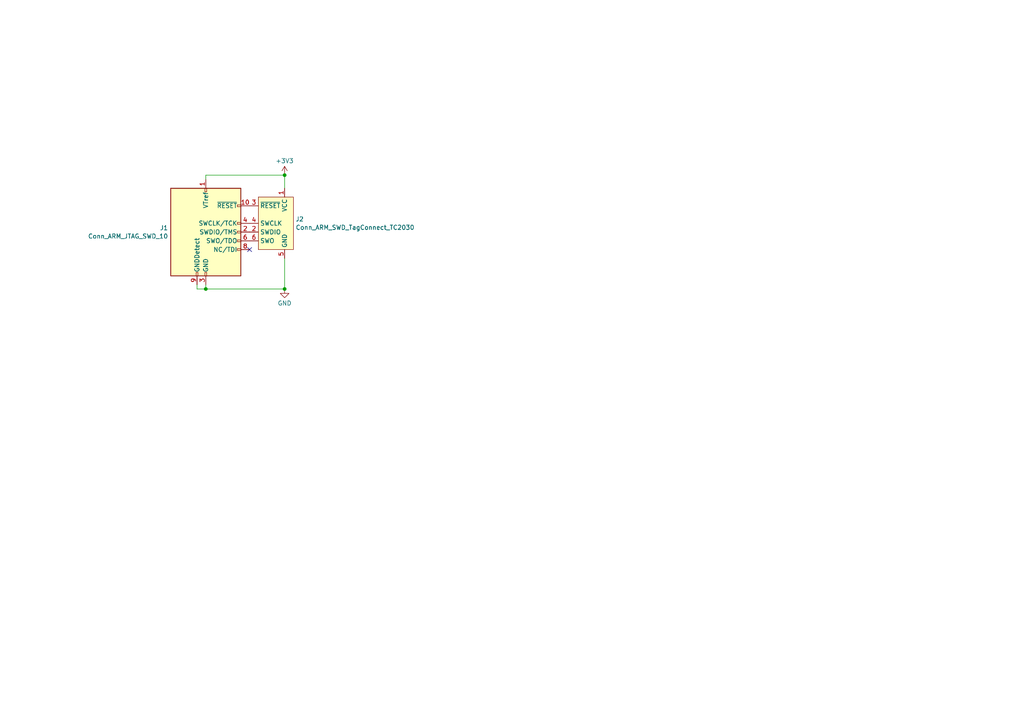
<source format=kicad_sch>
(kicad_sch (version 20230121) (generator eeschema)
  (paper "A4")
  (lib_symbols
    (symbol "Connector:Conn_ARM_JTAG_SWD_10" (pin_names (offset 1.016))
      (property "Reference" "J" (at -2.54 16.51 0))
      (property "Value" "Conn_ARM_JTAG_SWD_10" (at -2.54 13.97 0))
      (symbol "Conn_ARM_JTAG_SWD_10_0_1"
        (rectangle (start -10.16 12.7) (end 10.16 -12.7) (stroke (width 0.254)) (fill (type background)))
        (rectangle (start -2.794 -12.7) (end -2.286 -11.684))
        (rectangle (start -0.254 -12.7) (end 0.254 -11.684))
        (rectangle (start -0.254 12.7) (end 0.254 11.684))
        (rectangle (start 9.144 2.286) (end 10.16 2.794))
        (rectangle (start 10.16 -2.794) (end 9.144 -2.286))
        (rectangle (start 10.16 -0.254) (end 9.144 0.254))
        (rectangle (start 10.16 7.874) (end 9.144 7.366))
      )
      (symbol "Conn_ARM_JTAG_SWD_10_1_1"
        (rectangle (start 9.144 -5.334) (end 10.16 -4.826))
        (pin power_in line (at 0 15.24 270) (length 2.54) (name "VTref") (number "1"))
        (pin open_collector line (at 12.7 7.62 180) (length 2.54) (name "~{RESET}") (number "10"))
        (pin bidirectional line (at 12.7 0 180) (length 2.54) (name "SWDIO/TMS") (number "2"))
        (pin power_in line (at 0 -15.24 90) (length 2.54) (name "GND") (number "3"))
        (pin output line (at 12.7 2.54 180) (length 2.54) (name "SWCLK/TCK") (number "4"))
        (pin passive line (at 0 -15.24 90) (length 2.54) hide (name "GND") (number "5"))
        (pin input line (at 12.7 -2.54 180) (length 2.54) (name "SWO/TDO") (number "6"))
        (pin no_connect line (at -10.16 0 0) (length 2.54) hide (name "KEY") (number "7"))
        (pin output line (at 12.7 -5.08 180) (length 2.54) (name "NC/TDI") (number "8"))
        (pin passive line (at -2.54 -15.24 90) (length 2.54) (name "GNDDetect") (number "9"))
      )
    )
    (symbol "Connector:Conn_ARM_SWD_TagConnect_TC2030" (in_bom no)
      (property "Reference" "J" (at 2.54 11.43 0))
      (property "Value" "Conn_ARM_SWD_TagConnect_TC2030" (at 5.08 8.89 0))
      (symbol "Conn_ARM_SWD_TagConnect_TC2030_0_0"
        (pin power_in line (at -2.54 10.16 270) (length 2.54) (name "VCC") (number "1"))
        (pin bidirectional line (at 7.62 -2.54 180) (length 2.54) (name "SWDIO") (number "2"))
        (pin open_collector line (at 7.62 5.08 180) (length 2.54) (name "~{RESET}") (number "3"))
        (pin output line (at 7.62 0 180) (length 2.54) (name "SWCLK") (number "4"))
        (pin power_in line (at -2.54 -10.16 90) (length 2.54) (name "GND") (number "5"))
        (pin input line (at 7.62 -5.08 180) (length 2.54) (name "SWO") (number "6"))
      )
      (symbol "Conn_ARM_SWD_TagConnect_TC2030_0_1"
        (rectangle (start -5.08 7.62) (end 5.08 -7.62) (fill (type background)))
      )
    )
    (symbol "power:+3V3" (power) (pin_names (offset 0))
      (property "Value" "+3V3" (at 0 3.556 0))
      (symbol "+3V3_0_1"
        (polyline (pts (xy -0.762 1.27) (xy 0 2.54)))
        (polyline (pts (xy 0 0) (xy 0 2.54)))
        (polyline (pts (xy 0 2.54) (xy 0.762 1.27)))
      )
      (symbol "+3V3_1_1"
        (pin power_in line (at 0 0 90) (length 0) hide (name "+3V3") (number "1"))
      )
    )
    (symbol "power:GND" (power) (pin_names (offset 0))
      (property "Value" "GND" (at 0 -3.81 0))
      (symbol "GND_0_1"
        (polyline (pts (xy 0 0) (xy 0 -1.27) (xy 1.27 -1.27) (xy 0 -2.54) (xy -1.27 -1.27) (xy 0 -1.27)))
      )
      (symbol "GND_1_1"
        (pin power_in line (at 0 0 270) (length 0) hide (name "GND") (number "1"))
      )
    )
  )
  (junction (at 59.69 83.82))
  (junction (at 82.55 50.8))
  (junction (at 82.55 83.82))
  (no_connect (at 72.39 72.39))
  (wire (pts (xy 57.15 82.55) (xy 57.15 83.82)))
  (wire (pts (xy 59.69 83.82) (xy 82.55 83.82)))
  (wire (pts (xy 59.69 50.8) (xy 82.55 50.8)))
  (wire (pts (xy 82.55 83.82) (xy 82.55 74.93)))
  (wire (pts (xy 59.69 83.82) (xy 59.69 82.55)))
  (wire (pts (xy 82.55 50.8) (xy 82.55 54.61)))
  (wire (pts (xy 59.69 52.07) (xy 59.69 50.8)))
  (wire (pts (xy 57.15 83.82) (xy 59.69 83.82)))
  (symbol (lib_id "power:GND") (at 82.55 83.82 0) (unit 1)
    (property "Reference" "#PWR01" (effects hide))
    (property "Value" "GND" (at 82.55 87.9531 0))
  )
  (symbol (lib_id "Connector:Conn_ARM_SWD_TagConnect_TC2030") (at 80.01 64.77 0) (mirror y) (unit 1) (in_bom no)
    (property "Reference" "J2" (at 85.725 63.5579 0) (effects (justify right)))
    (property "Value" "Conn_ARM_SWD_TagConnect_TC2030" (at 85.725 65.9821 0) (effects (justify right)))
    (property "Footprint" "Connector_PinHeader_2.54mm:PinHeader_2x03_P2.54mm_Vertical" (effects hide))
    (property "Datasheet" "https://www.tag-connect.com/wp-content/uploads/bsk-pdf-manager/TC2030-CTX_1.pdf" (effects hide))
  )
  (symbol (lib_id "power:+3V3") (at 82.55 50.8 0) (unit 1)
    (property "Reference" "#PWR02" (effects hide))
    (property "Value" "+3V3" (at 82.55 46.6669 0))
  )
  (symbol (lib_id "Connector:Conn_ARM_JTAG_SWD_10") (at 59.69 67.31 0) (unit 1)
    (property "Reference" "J1" (at 48.7681 66.0979 0) (effects (justify right)))
    (property "Value" "Conn_ARM_JTAG_SWD_10" (at 48.7681 68.5221 0) (effects (justify right)))
    (property "Footprint" "Connector_PinHeader_1.27mm:PinHeader_2x05_P1.27mm_Vertical_SMD" (effects hide))
    (property "Datasheet" "http://infocenter.arm.com/help/topic/com.arm.doc.ddi0314h/DDI0314H_coresight_components_trm.pdf" (effects hide))
  )
)
</source>
